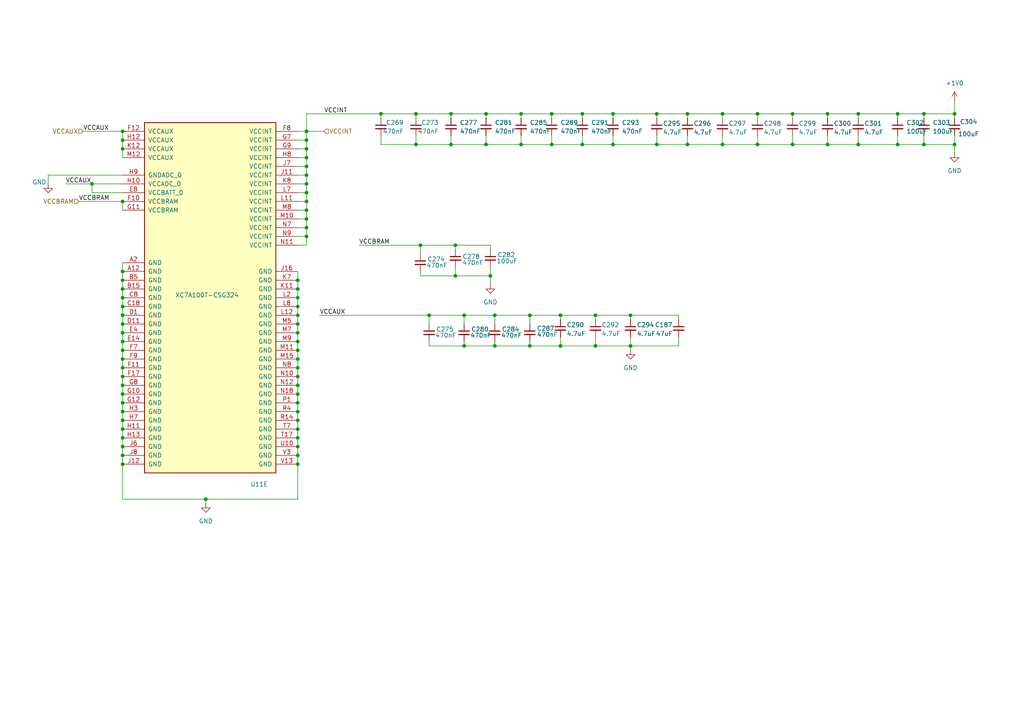
<source format=kicad_sch>
(kicad_sch (version 20231120) (generator "eeschema") (generator_version "8.0")
  (paper "A4")
  (title_block (title "RASBB") (date "2025-04-13") (rev "B") (company "Mina Daneshpajouh"))
  (lib_symbols
    (symbol "Device:C_Small" (pin_numbers hide) (pin_names (offset 0.254) hide)
      (property "Reference" "C" (at 0.254 1.778 0))
      (property "Value" "C_Small" (at 0.254 -2.032 0))
      (symbol "C_Small_1_1"
        (pin passive line (at 0 2.54 270) (length 2.032) (name "~") (number "1"))
        (pin passive line (at 0 -2.54 90) (length 2.032) (name "~") (number "2"))
      )
    )
    (symbol "FPGA_Xilinx_Artix7:XC7A100T-CSG324" (pin_names (offset 1.016))
      (property "Reference" "U11" (at 40.894 -78.232 0))
      (property "Value" "XC7A100T-CSG324" (at 8.382 0.762 0))
      (symbol "XC7A100T-CSG324_1_1"
        (pin no_connect line (at 50.8 33.02 180) (length 6.35) (name "IO_L4N_T0_15") (number "A11"))
        (pin bidirectional line (at 50.8 10.16 180) (length 6.35) (name "IO_L9P_T1_DQS_AD3P_15") (number "A13"))
        (pin bidirectional line (at 50.8 7.62 180) (length 6.35) (name "IO_L9N_T1_DQS_AD3N_15") (number "A14"))
        (pin bidirectional line (at 50.8 15.24 180) (length 6.35) (name "IO_L8P_T1_AD10P_15") (number "A15"))
        (pin bidirectional line (at 50.8 12.7 180) (length 6.35) (name "IO_L8N_T1_AD10N_15") (number "A16"))
        (pin power_in line (at 27.94 73.66 270) (length 6.35) (name "VCCO_15") (number "A17"))
        (pin bidirectional line (at 50.8 2.54 180) (length 6.35) (name "IO_L10N_T1_AD11N_15") (number "A18"))
        (pin no_connect line (at 50.8 35.56 180) (length 6.35) (name "IO_L4P_T0_15") (number "B11"))
        (pin bidirectional line (at 50.8 38.1 180) (length 6.35) (name "IO_L3N_T0_DQS_AD1N_15") (number "B12"))
        (pin bidirectional line (at 50.8 45.72 180) (length 6.35) (name "IO_L2P_T0_AD8P_15") (number "B13"))
        (pin bidirectional line (at 50.8 43.18 180) (length 6.35) (name "IO_L2N_T0_AD8N_15") (number "B14"))
        (pin bidirectional line (at 50.8 20.32 180) (length 6.35) (name "IO_L7P_T1_AD2P_15") (number "B16"))
        (pin bidirectional line (at 50.8 17.78 180) (length 6.35) (name "IO_L7N_T1_AD2N_15") (number "B17"))
        (pin bidirectional line (at 50.8 5.08 180) (length 6.35) (name "IO_L10P_T1_AD11P_15") (number "B18"))
        (pin bidirectional line (at 50.8 40.64 180) (length 6.35) (name "IO_L3P_T0_DQS_AD1P_15") (number "C12"))
        (pin power_in line (at 30.48 73.66 270) (length 6.35) (name "VCCO_15") (number "C13"))
        (pin bidirectional line (at 50.8 48.26 180) (length 6.35) (name "IO_L1N_T0_AD0N_15") (number "C14"))
        (pin bidirectional line (at 50.8 -7.62 180) (length 6.35) (name "IO_L12N_T1_MRCC_15") (number "C15"))
        (pin bidirectional line (at 50.8 -45.72 180) (length 6.35) (name "IO_L20P_T3_A20_15") (number "C16"))
        (pin bidirectional line (at 50.8 -48.26 180) (length 6.35) (name "IO_L20N_T3_A19_15") (number "C17"))
        (pin bidirectional line (at 50.8 25.4 180) (length 6.35) (name "IO_L6P_T0_15") (number "D12"))
        (pin bidirectional line (at 50.8 22.86 180) (length 6.35) (name "IO_L6N_T0_VREF_15") (number "D13"))
        (pin bidirectional line (at 50.8 50.8 180) (length 6.35) (name "IO_L1P_T0_AD0P_15") (number "D14"))
        (pin bidirectional line (at 50.8 -5.08 180) (length 6.35) (name "IO_L12P_T1_MRCC_15") (number "D15"))
        (pin power_in line (at 33.02 73.66 270) (length 6.35) (name "VCCO_15") (number "D16"))
        (pin bidirectional line (at 50.8 -27.94 180) (length 6.35) (name "IO_L16N_T2_A27_15") (number "D17"))
        (pin bidirectional line (at 50.8 -53.34 180) (length 6.35) (name "IO_L21N_T3_DQS_A18_15") (number "D18"))
        (pin bidirectional line (at 50.8 0 180) (length 6.35) (name "IO_L11P_T1_SRCC_15") (number "E15"))
        (pin bidirectional line (at 50.8 -2.54 180) (length 6.35) (name "IO_L11N_T1_SRCC_15") (number "E16"))
        (pin bidirectional line (at 50.8 -25.4 180) (length 6.35) (name "IO_L16P_T2_A28_15") (number "E17"))
        (pin bidirectional line (at 50.8 -50.8 180) (length 6.35) (name "IO_L21P_T3_DQS_15") (number "E18"))
        (pin no_connect line (at 50.8 30.48 180) (length 6.35) (name "IO_L5P_T0_AD9P_15") (number "F13"))
        (pin no_connect line (at 50.8 27.94 180) (length 6.35) (name "IO_L5N_T0_AD9N_15") (number "F14"))
        (pin bidirectional line (at 50.8 -15.24 180) (length 6.35) (name "IO_L14P_T2_SRCC_15") (number "F15"))
        (pin bidirectional line (at 50.8 -17.78 180) (length 6.35) (name "IO_L14N_T2_SRCC_15") (number "F16"))
        (pin bidirectional line (at 50.8 -58.42 180) (length 6.35) (name "IO_L22N_T3_A16_15") (number "F18"))
        (pin bidirectional line (at 50.8 53.34 180) (length 6.35) (name "IO_0_15") (number "G13"))
        (pin no_connect line (at 50.8 -22.86 180) (length 6.35) (name "IO_L15N_T2_DQS_ADV_B_15") (number "G14"))
        (pin power_in line (at 35.56 73.66 270) (length 6.35) (name "VCCO_15") (number "G15"))
        (pin bidirectional line (at 50.8 -12.7 180) (length 6.35) (name "IO_L13N_T2_MRCC_15") (number "G16"))
        (pin bidirectional line (at 50.8 -38.1 180) (length 6.35) (name "IO_L18N_T2_A23_15") (number "G17"))
        (pin bidirectional line (at 50.8 -55.88 180) (length 6.35) (name "IO_L22P_T3_A17_15") (number "G18"))
        (pin bidirectional line (at 50.8 -20.32 180) (length 6.35) (name "IO_L15P_T2_DQS_15") (number "H14"))
        (pin bidirectional line (at 50.8 -43.18 180) (length 6.35) (name "IO_L19N_T3_A21_VREF_15") (number "H15"))
        (pin bidirectional line (at 50.8 -10.16 180) (length 6.35) (name "IO_L13P_T2_MRCC_15") (number "H16"))
        (pin bidirectional line (at 50.8 -35.56 180) (length 6.35) (name "IO_L18P_T2_A24_15") (number "H17"))
        (pin power_in line (at 38.1 73.66 270) (length 6.35) (name "VCCO_15") (number "H18"))
        (pin bidirectional line (at 50.8 -33.02 180) (length 6.35) (name "IO_L17N_T2_A25_15") (number "J13"))
        (pin bidirectional line (at 50.8 -40.64 180) (length 6.35) (name "IO_L19P_T3_A22_15") (number "J14"))
        (pin bidirectional line (at 50.8 -68.58 180) (length 6.35) (name "IO_L24N_T3_RS0_15") (number "J15"))
        (pin bidirectional line (at 50.8 -60.96 180) (length 6.35) (name "IO_L23P_T3_FOE_B_15") (number "J17"))
        (pin bidirectional line (at 50.8 -63.5 180) (length 6.35) (name "IO_L23N_T3_FWE_B_15") (number "J18"))
        (pin no_connect line (at 50.8 -30.48 180) (length 6.35) (name "IO_L17P_T2_A26_15") (number "K13"))
        (pin power_in line (at 40.64 73.66 270) (length 6.35) (name "VCCO_15") (number "K14"))
        (pin bidirectional line (at 50.8 -66.04 180) (length 6.35) (name "IO_L24P_T3_RS1_15") (number "K15"))
        (pin bidirectional line (at 50.8 -71.12 180) (length 6.35) (name "IO_25_15") (number "K16"))
        (pin bidirectional line (at -50.8 50.8 0) (length 6.35) (name "IO_L1P_T0_D00_MOSI_14") (number "K17"))
        (pin bidirectional line (at -50.8 48.26 0) (length 6.35) (name "IO_L1N_T0_D01_DIN_14") (number "K18"))
        (pin bidirectional line (at -50.8 25.4 0) (length 6.35) (name "IO_L6P_T0_FCS_B_14") (number "L13"))
        (pin no_connect line (at -50.8 45.72 0) (length 6.35) (name "IO_L2P_T0_D02_14") (number "L14"))
        (pin no_connect line (at -50.8 40.64 0) (length 6.35) (name "IO_L3P_T0_DQS_PUDC_B_14") (number "L15"))
        (pin no_connect line (at -50.8 38.1 0) (length 6.35) (name "IO_L3N_T0_DQS_EMCCLK_14") (number "L16"))
        (pin power_in line (at -40.64 73.66 270) (length 6.35) (name "VCCO_14") (number "L17"))
        (pin bidirectional line (at -50.8 35.56 0) (length 6.35) (name "IO_L4P_T0_D04_14") (number "L18"))
        (pin no_connect line (at -50.8 22.86 0) (length 6.35) (name "IO_L6N_T0_D08_VREF_14") (number "M13"))
        (pin no_connect line (at -50.8 43.18 0) (length 6.35) (name "IO_L2N_T0_D03_14") (number "M14"))
        (pin no_connect line (at -50.8 5.08 0) (length 6.35) (name "IO_L10P_T1_D14_14") (number "M16"))
        (pin no_connect line (at -50.8 2.54 0) (length 6.35) (name "IO_L10N_T1_D15_14") (number "M17"))
        (pin no_connect line (at -50.8 33.02 0) (length 6.35) (name "IO_L4N_T0_D05_14") (number "M18"))
        (pin power_in line (at -38.1 73.66 270) (length 6.35) (name "VCCO_14") (number "N13"))
        (pin no_connect line (at -50.8 15.24 0) (length 6.35) (name "IO_L8P_T1_D11_14") (number "N14"))
        (pin no_connect line (at -50.8 0 0) (length 6.35) (name "IO_L11P_T1_SRCC_14") (number "N15"))
        (pin no_connect line (at -50.8 -2.54 0) (length 6.35) (name "IO_L11N_T1_SRCC_14") (number "N16"))
        (pin no_connect line (at -50.8 10.16 0) (length 6.35) (name "IO_L9P_T1_DQS_14") (number "N17"))
        (pin no_connect line (at -50.8 12.7 0) (length 6.35) (name "IO_L8N_T1_D12_14") (number "P14"))
        (pin bidirectional line (at -50.8 -10.16 0) (length 6.35) (name "IO_L13P_T2_MRCC_14") (number "P15"))
        (pin power_in line (at -35.56 73.66 270) (length 6.35) (name "VCCO_14") (number "P16"))
        (pin no_connect line (at -50.8 -5.08 0) (length 6.35) (name "IO_L12P_T1_MRCC_14") (number "P17"))
        (pin no_connect line (at -50.8 7.62 0) (length 6.35) (name "IO_L9N_T1_DQS_D13_14") (number "P18"))
        (pin no_connect line (at -50.8 -71.12 0) (length 6.35) (name "IO_25_14") (number "R10"))
        (pin no_connect line (at -50.8 53.34 0) (length 6.35) (name "IO_0_14") (number "R11"))
        (pin no_connect line (at -50.8 30.48 0) (length 6.35) (name "IO_L5P_T0_D06_14") (number "R12"))
        (pin no_connect line (at -50.8 27.94 0) (length 6.35) (name "IO_L5N_T0_D07_14") (number "R13"))
        (pin bidirectional line (at -50.8 -12.7 0) (length 6.35) (name "IO_L13N_T2_MRCC_14") (number "R15"))
        (pin bidirectional line (at -50.8 -20.32 0) (length 6.35) (name "IO_L15P_T2_DQS_RDWR_B_14") (number "R16"))
        (pin no_connect line (at -50.8 -7.62 0) (length 6.35) (name "IO_L12N_T1_MRCC_14") (number "R17"))
        (pin no_connect line (at -50.8 20.32 0) (length 6.35) (name "IO_L7P_T1_D09_14") (number "R18"))
        (pin no_connect line (at -50.8 -68.58 0) (length 6.35) (name "IO_L24N_T3_A00_D16_14") (number "T10"))
        (pin output line (at -50.8 -40.64 0) (length 6.35) (name "IO_L19P_T3_A10_D26_14") (number "T11"))
        (pin power_in line (at -33.02 73.66 270) (length 6.35) (name "VCCO_14") (number "T12"))
        (pin no_connect line (at -50.8 -60.96 0) (length 6.35) (name "IO_L23P_T3_A03_D19_14") (number "T13"))
        (pin bidirectional line (at -50.8 -15.24 0) (length 6.35) (name "IO_L14P_T2_SRCC_14") (number "T14"))
        (pin bidirectional line (at -50.8 -17.78 0) (length 6.35) (name "IO_L14N_T2_SRCC_14") (number "T15"))
        (pin bidirectional line (at -50.8 -22.86 0) (length 6.35) (name "IO_L15N_T2_DQS_DOUT_CSO_B_14") (number "T16"))
        (pin no_connect line (at -50.8 17.78 0) (length 6.35) (name "IO_L7N_T1_D10_14") (number "T18"))
        (pin no_connect line (at -50.8 -66.04 0) (length 6.35) (name "IO_L24P_T3_A01_D17_14") (number "T9"))
        (pin output line (at -50.8 -43.18 0) (length 6.35) (name "IO_L19N_T3_A09_D25_VREF_14") (number "U11"))
        (pin output line (at -50.8 -45.72 0) (length 6.35) (name "IO_L20P_T3_A08_D24_14") (number "U12"))
        (pin output line (at -50.8 -63.5 0) (length 6.35) (name "IO_L23N_T3_A02_D18_14") (number "U13"))
        (pin bidirectional line (at -50.8 -55.88 0) (length 6.35) (name "IO_L22P_T3_A05_D21_14") (number "U14"))
        (pin power_in line (at -30.48 73.66 270) (length 6.35) (name "VCCO_14") (number "U15"))
        (pin bidirectional line (at -50.8 -35.56 0) (length 6.35) (name "IO_L18P_T2_A12_D28_14") (number "U16"))
        (pin bidirectional line (at -50.8 -30.48 0) (length 6.35) (name "IO_L17P_T2_A14_D30_14") (number "U17"))
        (pin bidirectional line (at -50.8 -33.02 0) (length 6.35) (name "IO_L17N_T2_A13_D29_14") (number "U18"))
        (pin no_connect line (at -50.8 -50.8 0) (length 6.35) (name "IO_L21P_T3_DQS_14") (number "V10"))
        (pin no_connect line (at -50.8 -53.34 0) (length 6.35) (name "IO_L21N_T3_DQS_A06_D22_14") (number "V11"))
        (pin no_connect line (at -50.8 -48.26 0) (length 6.35) (name "IO_L20N_T3_A07_D23_14") (number "V12"))
        (pin bidirectional line (at -50.8 -58.42 0) (length 6.35) (name "IO_L22N_T3_A04_D20_14") (number "V14"))
        (pin bidirectional line (at -50.8 -25.4 0) (length 6.35) (name "IO_L16P_T2_CSI_B_14") (number "V15"))
        (pin bidirectional line (at -50.8 -27.94 0) (length 6.35) (name "IO_L16N_T2_A15_D31_14") (number "V16"))
        (pin bidirectional line (at -50.8 -38.1 0) (length 6.35) (name "IO_L18N_T2_A11_D27_14") (number "V17"))
        (pin power_in line (at -27.94 73.66 270) (length 6.35) (name "VCCO_14") (number "V18"))
      )
      (symbol "XC7A100T-CSG324_2_1"
        (pin bidirectional line (at -50.8 35.56 0) (length 6.35) (name "IO_L14P_T2_SRCC_16") (number "A10"))
        (pin bidirectional line (at -50.8 43.18 0) (length 6.35) (name "IO_L12N_T1_MRCC_16") (number "A8"))
        (pin bidirectional line (at -50.8 33.02 0) (length 6.35) (name "IO_L14N_T2_SRCC_16") (number "A9"))
        (pin power_in line (at -40.64 73.66 270) (length 6.35) (name "VCCO_16") (number "B10"))
        (pin bidirectional line (at -50.8 45.72 0) (length 6.35) (name "IO_L12P_T1_MRCC_16") (number "B8"))
        (pin bidirectional line (at -50.8 48.26 0) (length 6.35) (name "IO_L11N_T1_SRCC_16") (number "B9"))
        (pin bidirectional line (at -50.8 38.1 0) (length 6.35) (name "IO_L13N_T2_MRCC_16") (number "C10"))
        (pin bidirectional line (at -50.8 40.64 0) (length 6.35) (name "IO_L13P_T2_MRCC_16") (number "C11"))
        (pin bidirectional line (at -50.8 50.8 0) (length 6.35) (name "IO_L11P_T1_SRCC_16") (number "C9"))
        (pin bidirectional line (at -50.8 30.48 0) (length 6.35) (name "IO_L19N_T3_VREF_16") (number "D10"))
        (pin bidirectional line (at -50.8 53.34 0) (length 6.35) (name "IO_L6N_T0_VREF_16") (number "D9"))
        (pin bidirectional line (at 50.8 45.72 180) (length 6.35) (name "IO_L2P_T0_34") (number "K3"))
        (pin power_in line (at 27.94 73.66 270) (length 6.35) (name "VCCO_34") (number "K4"))
        (pin bidirectional line (at 50.8 30.48 180) (length 6.35) (name "IO_L5P_T0_34") (number "K5"))
        (pin bidirectional line (at 50.8 53.34 180) (length 6.35) (name "IO_0_34") (number "K6"))
        (pin bidirectional line (at 50.8 50.8 180) (length 6.35) (name "IO_L1P_T0_34") (number "L1"))
        (pin bidirectional line (at 50.8 43.18 180) (length 6.35) (name "IO_L2N_T0_34") (number "L3"))
        (pin bidirectional line (at 50.8 27.94 180) (length 6.35) (name "IO_L5N_T0_34") (number "L4"))
        (pin bidirectional line (at 50.8 22.86 180) (length 6.35) (name "IO_L6N_T0_VREF_34") (number "L5"))
        (pin bidirectional line (at 50.8 25.4 180) (length 6.35) (name "IO_L6P_T0_34") (number "L6"))
        (pin bidirectional line (at 50.8 48.26 180) (length 6.35) (name "IO_L1N_T0_34") (number "M1"))
        (pin bidirectional line (at 50.8 33.02 180) (length 6.35) (name "IO_L4N_T0_34") (number "M2"))
        (pin bidirectional line (at 50.8 35.56 180) (length 6.35) (name "IO_L4P_T0_34") (number "M3"))
        (pin bidirectional line (at 50.8 -25.4 180) (length 6.35) (name "IO_L16P_T2_34") (number "M4"))
        (pin bidirectional line (at 50.8 -35.56 180) (length 6.35) (name "IO_L18P_T2_34") (number "M6"))
        (pin bidirectional line (at 50.8 38.1 180) (length 6.35) (name "IO_L3N_T0_DQS_34") (number "N1"))
        (pin bidirectional line (at 50.8 40.64 180) (length 6.35) (name "IO_L3P_T0_DQS_34") (number "N2"))
        (pin power_in line (at 30.48 73.66 270) (length 6.35) (name "VCCO_34") (number "N3"))
        (pin bidirectional line (at 50.8 -27.94 180) (length 6.35) (name "IO_L16N_T2_34") (number "N4"))
        (pin bidirectional line (at 50.8 -10.16 180) (length 6.35) (name "IO_L13P_T2_MRCC_34") (number "N5"))
        (pin bidirectional line (at 50.8 -38.1 180) (length 6.35) (name "IO_L18N_T2_34") (number "N6"))
        (pin bidirectional line (at 50.8 -20.32 180) (length 6.35) (name "IO_L15P_T2_DQS_34") (number "P2"))
        (pin bidirectional line (at 50.8 -17.78 180) (length 6.35) (name "IO_L14N_T2_SRCC_34") (number "P3"))
        (pin bidirectional line (at 50.8 -15.24 180) (length 6.35) (name "IO_L14P_T2_SRCC_34") (number "P4"))
        (pin bidirectional line (at 50.8 -12.7 180) (length 6.35) (name "IO_L13N_T2_MRCC_34") (number "P5"))
        (pin power_in line (at 33.02 73.66 270) (length 6.35) (name "VCCO_34") (number "P6"))
        (pin bidirectional line (at 50.8 -30.48 180) (length 6.35) (name "IO_L17P_T2_34") (number "R1"))
        (pin bidirectional line (at 50.8 -22.86 180) (length 6.35) (name "IO_L15N_T2_DQS_34") (number "R2"))
        (pin bidirectional line (at 50.8 0 180) (length 6.35) (name "IO_L11P_T1_SRCC_34") (number "R3"))
        (pin bidirectional line (at 50.8 -43.18 180) (length 6.35) (name "IO_L19N_T3_VREF_34") (number "R5"))
        (pin bidirectional line (at 50.8 -40.64 180) (length 6.35) (name "IO_L19P_T3_34") (number "R6"))
        (pin bidirectional line (at 50.8 -60.96 180) (length 6.35) (name "IO_L23P_T3_34") (number "R7"))
        (pin bidirectional line (at 50.8 -66.04 180) (length 6.35) (name "IO_L24P_T3_34") (number "R8"))
        (pin bidirectional line (at 50.8 -33.02 180) (length 6.35) (name "IO_L17N_T2_34") (number "T1"))
        (pin power_in line (at 35.56 73.66 270) (length 6.35) (name "VCCO_34") (number "T2"))
        (pin bidirectional line (at 50.8 -2.54 180) (length 6.35) (name "IO_L11N_T1_SRCC_34") (number "T3"))
        (pin bidirectional line (at 50.8 -7.62 180) (length 6.35) (name "IO_L12N_T1_MRCC_34") (number "T4"))
        (pin bidirectional line (at 50.8 -5.08 180) (length 6.35) (name "IO_L12P_T1_MRCC_34") (number "T5"))
        (pin bidirectional line (at 50.8 -63.5 180) (length 6.35) (name "IO_L23N_T3_34") (number "T6"))
        (pin bidirectional line (at 50.8 -68.58 180) (length 6.35) (name "IO_L24N_T3_34") (number "T8"))
        (pin bidirectional line (at 50.8 20.32 180) (length 6.35) (name "IO_L7P_T1_34") (number "U1"))
        (pin bidirectional line (at 50.8 10.16 180) (length 6.35) (name "IO_L9P_T1_DQS_34") (number "U2"))
        (pin bidirectional line (at 50.8 12.7 180) (length 6.35) (name "IO_L8N_T1_34") (number "U3"))
        (pin bidirectional line (at 50.8 15.24 180) (length 6.35) (name "IO_L8P_T1_34") (number "U4"))
        (pin power_in line (at 38.1 73.66 270) (length 6.35) (name "VCCO_34") (number "U5"))
        (pin bidirectional line (at 50.8 -58.42 180) (length 6.35) (name "IO_L22N_T3_34") (number "U6"))
        (pin bidirectional line (at 50.8 -55.88 180) (length 6.35) (name "IO_L22P_T3_34") (number "U7"))
        (pin bidirectional line (at 50.8 -71.12 180) (length 6.35) (name "IO_25_34") (number "U8"))
        (pin bidirectional line (at 50.8 -50.8 180) (length 6.35) (name "IO_L21P_T3_DQS_34") (number "U9"))
        (pin bidirectional line (at 50.8 17.78 180) (length 6.35) (name "IO_L7N_T1_34") (number "V1"))
        (pin bidirectional line (at 50.8 7.62 180) (length 6.35) (name "IO_L9N_T1_DQS_34") (number "V2"))
        (pin bidirectional line (at 50.8 2.54 180) (length 6.35) (name "IO_L10N_T1_34") (number "V4"))
        (pin bidirectional line (at 50.8 5.08 180) (length 6.35) (name "IO_L10P_T1_34") (number "V5"))
        (pin bidirectional line (at 50.8 -48.26 180) (length 6.35) (name "IO_L20N_T3_34") (number "V6"))
        (pin bidirectional line (at 50.8 -45.72 180) (length 6.35) (name "IO_L20P_T3_34") (number "V7"))
        (pin power_in line (at 40.64 73.66 270) (length 6.35) (name "VCCO_34") (number "V8"))
        (pin bidirectional line (at 50.8 -53.34 180) (length 6.35) (name "IO_L21N_T3_DQS_34") (number "V9"))
      )
      (symbol "XC7A100T-CSG324_3_1"
        (pin bidirectional line (at -50.8 7.62 0) (length 6.35) (name "IO_L9N_T1_DQS_AD7N_35") (number "A1"))
        (pin bidirectional line (at -50.8 12.7 0) (length 6.35) (name "IO_L8N_T1_AD14N_35") (number "A3"))
        (pin bidirectional line (at -50.8 15.24 0) (length 6.35) (name "IO_L8P_T1_AD14P_35") (number "A4"))
        (pin bidirectional line (at -50.8 38.1 0) (length 6.35) (name "IO_L3N_T0_DQS_AD5N_35") (number "A5"))
        (pin bidirectional line (at -50.8 40.64 0) (length 6.35) (name "IO_L3P_T0_DQS_AD5P_35") (number "A6"))
        (pin power_in line (at -40.64 73.66 270) (length 6.35) (name "VCCO_35") (number "A7"))
        (pin bidirectional line (at -50.8 10.16 0) (length 6.35) (name "IO_L9P_T1_DQS_AD7P_35") (number "B1"))
        (pin bidirectional line (at -50.8 2.54 0) (length 6.35) (name "IO_L10N_T1_AD15N_35") (number "B2"))
        (pin bidirectional line (at -50.8 5.08 0) (length 6.35) (name "IO_L10P_T1_AD15P_35") (number "B3"))
        (pin bidirectional line (at -50.8 17.78 0) (length 6.35) (name "IO_L7N_T1_AD6N_35") (number "B4"))
        (pin bidirectional line (at -50.8 43.18 0) (length 6.35) (name "IO_L2N_T0_AD12N_35") (number "B6"))
        (pin bidirectional line (at -50.8 45.72 0) (length 6.35) (name "IO_L2P_T0_AD12P_35") (number "B7"))
        (pin bidirectional line (at -50.8 -27.94 0) (length 6.35) (name "IO_L16N_T2_35") (number "C1"))
        (pin bidirectional line (at -50.8 -25.4 0) (length 6.35) (name "IO_L16P_T2_35") (number "C2"))
        (pin power_in line (at -38.1 73.66 270) (length 6.35) (name "VCCO_35") (number "C3"))
        (pin bidirectional line (at -50.8 20.32 0) (length 6.35) (name "IO_L7P_T1_AD6P_35") (number "C4"))
        (pin no_connect line (at -50.8 48.26 0) (length 6.35) (name "IO_L1N_T0_AD4N_35") (number "C5"))
        (pin bidirectional line (at -50.8 50.8 0) (length 6.35) (name "IO_L1P_T0_AD4P_35") (number "C6"))
        (pin bidirectional line (at -50.8 33.02 0) (length 6.35) (name "IO_L4N_T0_35") (number "C7"))
        (pin bidirectional line (at -50.8 -17.78 0) (length 6.35) (name "IO_L14N_T2_SRCC_35") (number "D2"))
        (pin bidirectional line (at -50.8 -7.62 0) (length 6.35) (name "IO_L12N_T1_MRCC_35") (number "D3"))
        (pin bidirectional line (at -50.8 -2.54 0) (length 6.35) (name "IO_L11N_T1_SRCC_35") (number "D4"))
        (pin no_connect line (at -50.8 0 0) (length 6.35) (name "IO_L11P_T1_SRCC_35") (number "D5"))
        (pin power_in line (at -35.56 73.66 270) (length 6.35) (name "VCCO_35") (number "D6"))
        (pin no_connect line (at -50.8 22.86 0) (length 6.35) (name "IO_L6N_T0_VREF_35") (number "D7"))
        (pin bidirectional line (at -50.8 35.56 0) (length 6.35) (name "IO_L4P_T0_35") (number "D8"))
        (pin bidirectional line (at -50.8 -38.1 0) (length 6.35) (name "IO_L18N_T2_35") (number "E1"))
        (pin bidirectional line (at -50.8 -15.24 0) (length 6.35) (name "IO_L14P_T2_SRCC_35") (number "E2"))
        (pin bidirectional line (at -50.8 -5.08 0) (length 6.35) (name "IO_L12P_T1_MRCC_35") (number "E3"))
        (pin bidirectional line (at -50.8 27.94 0) (length 6.35) (name "IO_L5N_T0_AD13N_35") (number "E5"))
        (pin bidirectional line (at -50.8 30.48 0) (length 6.35) (name "IO_L5P_T0_AD13P_35") (number "E6"))
        (pin bidirectional line (at -50.8 25.4 0) (length 6.35) (name "IO_L6P_T0_35") (number "E7"))
        (pin bidirectional line (at -50.8 -35.56 0) (length 6.35) (name "IO_L18P_T2_35") (number "F1"))
        (pin power_in line (at -33.02 73.66 270) (length 6.35) (name "VCCO_35") (number "F2"))
        (pin bidirectional line (at -50.8 -12.7 0) (length 6.35) (name "IO_L13N_T2_MRCC_35") (number "F3"))
        (pin bidirectional line (at -50.8 -10.16 0) (length 6.35) (name "IO_L13P_T2_MRCC_35") (number "F4"))
        (pin no_connect line (at -50.8 53.34 0) (length 6.35) (name "IO_0_35") (number "F5"))
        (pin no_connect line (at -50.8 -43.18 0) (length 6.35) (name "IO_L19N_T3_VREF_35") (number "F6"))
        (pin bidirectional line (at -50.8 -33.02 0) (length 6.35) (name "IO_L17N_T2_35") (number "G1"))
        (pin bidirectional line (at -50.8 -22.86 0) (length 6.35) (name "IO_L15N_T2_DQS_35") (number "G2"))
        (pin no_connect line (at -50.8 -48.26 0) (length 6.35) (name "IO_L20N_T3_35") (number "G3"))
        (pin no_connect line (at -50.8 -45.72 0) (length 6.35) (name "IO_L20P_T3_35") (number "G4"))
        (pin power_in line (at -30.48 73.66 270) (length 6.35) (name "VCCO_35") (number "G5"))
        (pin no_connect line (at -50.8 -40.64 0) (length 6.35) (name "IO_L19P_T3_35") (number "G6"))
        (pin bidirectional line (at -50.8 -30.48 0) (length 6.35) (name "IO_L17P_T2_35") (number "H1"))
        (pin bidirectional line (at -50.8 -20.32 0) (length 6.35) (name "IO_L15P_T2_DQS_35") (number "H2"))
        (pin bidirectional line (at -50.8 -53.34 0) (length 6.35) (name "IO_L21N_T3_DQS_35") (number "H4"))
        (pin no_connect line (at -50.8 -68.58 0) (length 6.35) (name "IO_L24N_T3_35") (number "H5"))
        (pin no_connect line (at -50.8 -66.04 0) (length 6.35) (name "IO_L24P_T3_35") (number "H6"))
        (pin power_in line (at -27.94 73.66 270) (length 6.35) (name "VCCO_35") (number "J1"))
        (pin bidirectional line (at -50.8 -58.42 0) (length 6.35) (name "IO_L22N_T3_35") (number "J2"))
        (pin bidirectional line (at -50.8 -55.88 0) (length 6.35) (name "IO_L22P_T3_35") (number "J3"))
        (pin bidirectional line (at -50.8 -50.8 0) (length 6.35) (name "IO_L21P_T3_DQS_35") (number "J4"))
        (pin no_connect line (at -50.8 -71.12 0) (length 6.35) (name "IO_25_35") (number "J5"))
        (pin bidirectional line (at -50.8 -63.5 0) (length 6.35) (name "IO_L23N_T3_35") (number "K1"))
        (pin bidirectional line (at -50.8 -60.96 0) (length 6.35) (name "IO_L23P_T3_35") (number "K2"))
      )
      (symbol "XC7A100T-CSG324_4_1"
        (pin input line (at 38.1 12.7 180) (length 6.35) (name "TCK_0") (number "E10"))
        (pin input line (at 38.1 20.32 180) (length 6.35) (name "TDI_0") (number "E11"))
        (pin input line (at 38.1 15.24 180) (length 6.35) (name "TMS_0") (number "E12"))
        (pin output line (at 38.1 17.78 180) (length 6.35) (name "TDO_0") (number "E13"))
        (pin bidirectional line (at 38.1 7.62 180) (length 6.35) (name "CCLK_0") (number "E9"))
        (pin bidirectional line (at 38.1 -20.32 180) (length 6.35) (name "VP_0") (number "J10"))
        (pin bidirectional line (at 38.1 -30.48 180) (length 6.35) (name "VREFN_0") (number "J9"))
        (pin bidirectional line (at 38.1 -27.94 180) (length 6.35) (name "VREFP_0") (number "K10"))
        (pin bidirectional line (at 38.1 -22.86 180) (length 6.35) (name "VN_0") (number "K9"))
        (pin bidirectional line (at 38.1 -35.56 180) (length 6.35) (name "DXP_0") (number "L10"))
        (pin bidirectional line (at 38.1 -38.1 180) (length 6.35) (name "DXN_0") (number "L9"))
        (pin bidirectional line (at 38.1 -5.08 180) (length 6.35) (name "DONE_0") (number "P10"))
        (pin bidirectional line (at 38.1 0 180) (length 6.35) (name "M2_0") (number "P11"))
        (pin bidirectional line (at 38.1 5.08 180) (length 6.35) (name "M0_0") (number "P12"))
        (pin bidirectional line (at 38.1 2.54 180) (length 6.35) (name "M1_0") (number "P13"))
        (pin bidirectional line (at 38.1 -7.62 180) (length 6.35) (name "INIT_B_0") (number "P7"))
        (pin bidirectional line (at 38.1 -15.24 180) (length 6.35) (name "CFGBVS_0") (number "P8"))
        (pin bidirectional line (at 38.1 -10.16 180) (length 6.35) (name "PROGRAM_B_0") (number "P9"))
        (pin power_in line (at 27.94 40.64 270) (length 6.35) (name "VCCO_0") (number "R9"))
      )
      (symbol "XC7A100T-CSG324_5_1"
        (pin power_in line (at -25.4 7.62 0) (length 6.35) (name "GND") (number "A12"))
        (pin power_in line (at -25.4 10.16 0) (length 6.35) (name "GND") (number "A2"))
        (pin power_in line (at -25.4 2.54 0) (length 6.35) (name "GND") (number "B15"))
        (pin power_in line (at -25.4 5.08 0) (length 6.35) (name "GND") (number "B5"))
        (pin power_in line (at -25.4 -2.54 0) (length 6.35) (name "GND") (number "C18"))
        (pin power_in line (at -25.4 0 0) (length 6.35) (name "GND") (number "C8"))
        (pin power_in line (at -25.4 -5.08 0) (length 6.35) (name "GND") (number "D1"))
        (pin power_in line (at -25.4 -7.62 0) (length 6.35) (name "GND") (number "D11"))
        (pin power_in line (at -25.4 -12.7 0) (length 6.35) (name "GND") (number "E14"))
        (pin power_in line (at -25.4 -10.16 0) (length 6.35) (name "GND") (number "E4"))
        (pin power_in line (at -25.4 30.48 0) (length 6.35) (name "VCCBATT_0") (number "E8"))
        (pin power_in line (at -25.4 27.94 0) (length 6.35) (name "VCCBRAM") (number "F10"))
        (pin power_in line (at -25.4 -20.32 0) (length 6.35) (name "GND") (number "F11"))
        (pin power_in line (at -25.4 48.26 0) (length 6.35) (name "VCCAUX") (number "F12"))
        (pin power_in line (at -25.4 -22.86 0) (length 6.35) (name "GND") (number "F17"))
        (pin power_in line (at -25.4 -15.24 0) (length 6.35) (name "GND") (number "F7"))
        (pin power_in line (at 25.4 48.26 180) (length 6.35) (name "VCCINT") (number "F8"))
        (pin power_in line (at -25.4 -17.78 0) (length 6.35) (name "GND") (number "F9"))
        (pin power_in line (at -25.4 -27.94 0) (length 6.35) (name "GND") (number "G10"))
        (pin power_in line (at -25.4 25.4 0) (length 6.35) (name "VCCBRAM") (number "G11"))
        (pin power_in line (at -25.4 -30.48 0) (length 6.35) (name "GND") (number "G12"))
        (pin power_in line (at 25.4 45.72 180) (length 6.35) (name "VCCINT") (number "G7"))
        (pin power_in line (at -25.4 -25.4 0) (length 6.35) (name "GND") (number "G8"))
        (pin power_in line (at 25.4 43.18 180) (length 6.35) (name "VCCINT") (number "G9"))
        (pin power_in line (at -25.4 33.02 0) (length 6.35) (name "VCCADC_0") (number "H10"))
        (pin power_in line (at -25.4 -38.1 0) (length 6.35) (name "GND") (number "H11"))
        (pin power_in line (at -25.4 45.72 0) (length 6.35) (name "VCCAUX") (number "H12"))
        (pin power_in line (at -25.4 -40.64 0) (length 6.35) (name "GND") (number "H13"))
        (pin power_in line (at -25.4 -33.02 0) (length 6.35) (name "GND") (number "H3"))
        (pin power_in line (at -25.4 -35.56 0) (length 6.35) (name "GND") (number "H7"))
        (pin power_in line (at 25.4 40.64 180) (length 6.35) (name "VCCINT") (number "H8"))
        (pin power_in line (at -25.4 35.56 0) (length 6.35) (name "GNDADC_0") (number "H9"))
        (pin power_in line (at 25.4 35.56 180) (length 6.35) (name "VCCINT") (number "J11"))
        (pin power_in line (at -25.4 -48.26 0) (length 6.35) (name "GND") (number "J12"))
        (pin power_in line (at 25.4 7.62 180) (length 6.35) (name "GND") (number "J16"))
        (pin power_in line (at -25.4 -43.18 0) (length 6.35) (name "GND") (number "J6"))
        (pin power_in line (at 25.4 38.1 180) (length 6.35) (name "VCCINT") (number "J7"))
        (pin power_in line (at -25.4 -45.72 0) (length 6.35) (name "GND") (number "J8"))
        (pin power_in line (at 25.4 2.54 180) (length 6.35) (name "GND") (number "K11"))
        (pin power_in line (at -25.4 43.18 0) (length 6.35) (name "VCCAUX") (number "K12"))
        (pin power_in line (at 25.4 5.08 180) (length 6.35) (name "GND") (number "K7"))
        (pin power_in line (at 25.4 33.02 180) (length 6.35) (name "VCCINT") (number "K8"))
        (pin power_in line (at 25.4 27.94 180) (length 6.35) (name "VCCINT") (number "L11"))
        (pin power_in line (at 25.4 -5.08 180) (length 6.35) (name "GND") (number "L12"))
        (pin power_in line (at 25.4 0 180) (length 6.35) (name "GND") (number "L2"))
        (pin power_in line (at 25.4 30.48 180) (length 6.35) (name "VCCINT") (number "L7"))
        (pin power_in line (at 25.4 -2.54 180) (length 6.35) (name "GND") (number "L8"))
        (pin power_in line (at 25.4 22.86 180) (length 6.35) (name "VCCINT") (number "M10"))
        (pin power_in line (at 25.4 -15.24 180) (length 6.35) (name "GND") (number "M11"))
        (pin power_in line (at -25.4 40.64 0) (length 6.35) (name "VCCAUX") (number "M12"))
        (pin power_in line (at 25.4 -17.78 180) (length 6.35) (name "GND") (number "M15"))
        (pin power_in line (at 25.4 -7.62 180) (length 6.35) (name "GND") (number "M5"))
        (pin power_in line (at 25.4 -10.16 180) (length 6.35) (name "GND") (number "M7"))
        (pin power_in line (at 25.4 25.4 180) (length 6.35) (name "VCCINT") (number "M8"))
        (pin power_in line (at 25.4 -12.7 180) (length 6.35) (name "GND") (number "M9"))
        (pin power_in line (at 25.4 -22.86 180) (length 6.35) (name "GND") (number "N10"))
        (pin power_in line (at 25.4 15.24 180) (length 6.35) (name "VCCINT") (number "N11"))
        (pin power_in line (at 25.4 -25.4 180) (length 6.35) (name "GND") (number "N12"))
        (pin power_in line (at 25.4 -27.94 180) (length 6.35) (name "GND") (number "N18"))
        (pin power_in line (at 25.4 20.32 180) (length 6.35) (name "VCCINT") (number "N7"))
        (pin power_in line (at 25.4 -20.32 180) (length 6.35) (name "GND") (number "N8"))
        (pin power_in line (at 25.4 17.78 180) (length 6.35) (name "VCCINT") (number "N9"))
        (pin power_in line (at 25.4 -30.48 180) (length 6.35) (name "GND") (number "P1"))
        (pin power_in line (at 25.4 -35.56 180) (length 6.35) (name "GND") (number "R14"))
        (pin power_in line (at 25.4 -33.02 180) (length 6.35) (name "GND") (number "R4"))
        (pin power_in line (at 25.4 -40.64 180) (length 6.35) (name "GND") (number "T17"))
        (pin power_in line (at 25.4 -38.1 180) (length 6.35) (name "GND") (number "T7"))
        (pin power_in line (at 25.4 -43.18 180) (length 6.35) (name "GND") (number "U10"))
        (pin power_in line (at 25.4 -48.26 180) (length 6.35) (name "GND") (number "V13"))
        (pin power_in line (at 25.4 -45.72 180) (length 6.35) (name "GND") (number "V3"))
      )
    )
    (symbol "power:+1V0" (power) (pin_numbers hide) (pin_names (offset 0) hide)
      (property "Value" "+1V0" (at 0 3.556 0))
      (symbol "+1V0_1_1"
        (pin power_in line (at 0 0 90) (length 0) (name "~") (number "1"))
      )
    )
    (symbol "power:GND" (power) (pin_numbers hide) (pin_names (offset 0) hide)
      (property "Value" "GND" (at 0 -3.81 0))
      (symbol "GND_1_1"
        (pin power_in line (at 0 0 270) (length 0) (name "~") (number "1"))
      )
    )
  )
  (junction (at 110.49 33.02))
  (junction (at 219.71 33.02))
  (junction (at 88.9 43.18))
  (junction (at 35.56 86.36))
  (junction (at 35.56 93.98))
  (junction (at 35.56 134.62))
  (junction (at 153.67 100.33))
  (junction (at 248.92 33.02))
  (junction (at 177.8 41.91))
  (junction (at 86.36 127))
  (junction (at 88.9 45.72))
  (junction (at 219.71 41.91))
  (junction (at 86.36 88.9))
  (junction (at 120.65 41.91))
  (junction (at 88.9 53.34))
  (junction (at 35.56 40.64))
  (junction (at 35.56 96.52))
  (junction (at 142.24 80.01))
  (junction (at 86.36 116.84))
  (junction (at 88.9 63.5))
  (junction (at 124.46 91.44))
  (junction (at 134.62 91.44))
  (junction (at 35.56 127))
  (junction (at 35.56 58.42))
  (junction (at 172.72 100.33))
  (junction (at 86.36 86.36))
  (junction (at 190.5 33.02))
  (junction (at 86.36 104.14))
  (junction (at 86.36 129.54))
  (junction (at 88.9 40.64))
  (junction (at 86.36 134.62))
  (junction (at 35.56 129.54))
  (junction (at 132.08 80.01))
  (junction (at 86.36 101.6))
  (junction (at 35.56 106.68))
  (junction (at 86.36 99.06))
  (junction (at 86.36 91.44))
  (junction (at 130.81 41.91))
  (junction (at 162.56 91.44))
  (junction (at 88.9 48.26))
  (junction (at 35.56 83.82))
  (junction (at 209.55 33.02))
  (junction (at 172.72 91.44))
  (junction (at 199.39 33.02))
  (junction (at 134.62 100.33))
  (junction (at 153.67 91.44))
  (junction (at 182.88 100.33))
  (junction (at 160.02 33.02))
  (junction (at 276.86 33.02))
  (junction (at 86.36 93.98))
  (junction (at 240.03 33.02))
  (junction (at 276.86 41.91))
  (junction (at 267.97 33.02))
  (junction (at 35.56 38.1))
  (junction (at 143.51 100.33))
  (junction (at 130.81 33.02))
  (junction (at 162.56 100.33))
  (junction (at 88.9 66.04))
  (junction (at 177.8 33.02))
  (junction (at 88.9 50.8))
  (junction (at 86.36 111.76))
  (junction (at 248.92 41.91))
  (junction (at 132.08 71.12))
  (junction (at 151.13 41.91))
  (junction (at 59.69 144.78))
  (junction (at 120.65 33.02))
  (junction (at 35.56 111.76))
  (junction (at 190.5 41.91))
  (junction (at 229.87 33.02))
  (junction (at 35.56 104.14))
  (junction (at 88.9 38.1))
  (junction (at 35.56 78.74))
  (junction (at 168.91 33.02))
  (junction (at 88.9 60.96))
  (junction (at 35.56 88.9))
  (junction (at 86.36 106.68))
  (junction (at 86.36 132.08))
  (junction (at 260.35 33.02))
  (junction (at 35.56 101.6))
  (junction (at 86.36 114.3))
  (junction (at 88.9 55.88))
  (junction (at 35.56 124.46))
  (junction (at 86.36 109.22))
  (junction (at 86.36 124.46))
  (junction (at 86.36 121.92))
  (junction (at 209.55 41.91))
  (junction (at 199.39 41.91))
  (junction (at 86.36 96.52))
  (junction (at 35.56 114.3))
  (junction (at 35.56 43.18))
  (junction (at 35.56 99.06))
  (junction (at 26.67 53.34))
  (junction (at 88.9 58.42))
  (junction (at 35.56 109.22))
  (junction (at 160.02 41.91))
  (junction (at 35.56 121.92))
  (junction (at 86.36 81.28))
  (junction (at 140.97 33.02))
  (junction (at 86.36 83.82))
  (junction (at 240.03 41.91))
  (junction (at 35.56 116.84))
  (junction (at 35.56 81.28))
  (junction (at 229.87 41.91))
  (junction (at 267.97 41.91))
  (junction (at 88.9 68.58))
  (junction (at 35.56 91.44))
  (junction (at 86.36 119.38))
  (junction (at 35.56 119.38))
  (junction (at 121.92 71.12))
  (junction (at 182.88 91.44))
  (junction (at 143.51 91.44))
  (junction (at 168.91 41.91))
  (junction (at 35.56 132.08))
  (junction (at 151.13 33.02))
  (junction (at 260.35 41.91))
  (junction (at 140.97 41.91))
  (wire (pts (xy 88.9 50.8) (xy 88.9 53.34)))
  (wire (pts (xy 88.9 71.12) (xy 86.36 71.12)))
  (wire (pts (xy 110.49 41.91) (xy 120.65 41.91)))
  (wire (pts (xy 190.5 41.91) (xy 199.39 41.91)))
  (wire (pts (xy 88.9 63.5) (xy 88.9 66.04)))
  (wire (pts (xy 86.36 106.68) (xy 86.36 109.22)))
  (wire (pts (xy 162.56 91.44) (xy 172.72 91.44)))
  (wire (pts (xy 110.49 34.29) (xy 110.49 33.02)))
  (wire (pts (xy 35.56 81.28) (xy 35.56 83.82)))
  (wire (pts (xy 229.87 33.02) (xy 229.87 34.29)))
  (wire (pts (xy 35.56 93.98) (xy 35.56 96.52)))
  (wire (pts (xy 153.67 99.06) (xy 153.67 100.33)))
  (wire (pts (xy 120.65 34.29) (xy 120.65 33.02)))
  (wire (pts (xy 190.5 33.02) (xy 190.5 34.29)))
  (wire (pts (xy 35.56 129.54) (xy 35.56 132.08)))
  (wire (pts (xy 88.9 33.02) (xy 110.49 33.02)))
  (wire (pts (xy 86.36 104.14) (xy 86.36 106.68)))
  (wire (pts (xy 35.56 55.88) (xy 26.67 55.88)))
  (wire (pts (xy 248.92 41.91) (xy 260.35 41.91)))
  (wire (pts (xy 35.56 38.1) (xy 35.56 40.64)))
  (wire (pts (xy 88.9 66.04) (xy 88.9 68.58)))
  (wire (pts (xy 209.55 41.91) (xy 219.71 41.91)))
  (wire (pts (xy 199.39 33.02) (xy 199.39 34.29)))
  (wire (pts (xy 142.24 77.47) (xy 142.24 80.01)))
  (wire (pts (xy 35.56 144.78) (xy 35.56 134.62)))
  (wire (pts (xy 160.02 41.91) (xy 160.02 39.37)))
  (wire (pts (xy 153.67 91.44) (xy 162.56 91.44)))
  (wire (pts (xy 151.13 33.02) (xy 151.13 34.29)))
  (wire (pts (xy 19.05 53.34) (xy 26.67 53.34)))
  (wire (pts (xy 196.85 92.71) (xy 196.85 91.44)))
  (wire (pts (xy 143.51 100.33) (xy 153.67 100.33)))
  (wire (pts (xy 86.36 93.98) (xy 86.36 96.52)))
  (wire (pts (xy 124.46 99.06) (xy 124.46 100.33)))
  (wire (pts (xy 86.36 109.22) (xy 86.36 111.76)))
  (wire (pts (xy 35.56 86.36) (xy 35.56 88.9)))
  (wire (pts (xy 182.88 100.33) (xy 172.72 100.33)))
  (wire (pts (xy 86.36 86.36) (xy 86.36 88.9)))
  (wire (pts (xy 260.35 41.91) (xy 260.35 39.37)))
  (wire (pts (xy 160.02 41.91) (xy 168.91 41.91)))
  (wire (pts (xy 151.13 33.02) (xy 160.02 33.02)))
  (wire (pts (xy 190.5 33.02) (xy 199.39 33.02)))
  (wire (pts (xy 162.56 100.33) (xy 172.72 100.33)))
  (wire (pts (xy 151.13 41.91) (xy 151.13 39.37)))
  (wire (pts (xy 140.97 33.02) (xy 140.97 34.29)))
  (wire (pts (xy 121.92 71.12) (xy 132.08 71.12)))
  (wire (pts (xy 86.36 127) (xy 86.36 129.54)))
  (wire (pts (xy 134.62 91.44) (xy 143.51 91.44)))
  (wire (pts (xy 209.55 33.02) (xy 219.71 33.02)))
  (wire (pts (xy 35.56 109.22) (xy 35.56 111.76)))
  (wire (pts (xy 172.72 91.44) (xy 172.72 92.71)))
  (wire (pts (xy 88.9 38.1) (xy 86.36 38.1)))
  (wire (pts (xy 86.36 83.82) (xy 86.36 86.36)))
  (wire (pts (xy 88.9 53.34) (xy 86.36 53.34)))
  (wire (pts (xy 260.35 33.02) (xy 260.35 34.29)))
  (wire (pts (xy 35.56 101.6) (xy 35.56 104.14)))
  (wire (pts (xy 142.24 80.01) (xy 132.08 80.01)))
  (wire (pts (xy 110.49 33.02) (xy 120.65 33.02)))
  (wire (pts (xy 240.03 41.91) (xy 248.92 41.91)))
  (wire (pts (xy 59.69 144.78) (xy 35.56 144.78)))
  (wire (pts (xy 199.39 33.02) (xy 209.55 33.02)))
  (wire (pts (xy 142.24 72.39) (xy 142.24 71.12)))
  (wire (pts (xy 86.36 116.84) (xy 86.36 119.38)))
  (wire (pts (xy 13.97 50.8) (xy 13.97 53.34)))
  (wire (pts (xy 168.91 41.91) (xy 177.8 41.91)))
  (wire (pts (xy 104.14 71.12) (xy 121.92 71.12)))
  (wire (pts (xy 240.03 41.91) (xy 240.03 39.37)))
  (wire (pts (xy 86.36 132.08) (xy 86.36 134.62)))
  (wire (pts (xy 86.36 144.78) (xy 59.69 144.78)))
  (wire (pts (xy 86.36 101.6) (xy 86.36 104.14)))
  (wire (pts (xy 35.56 96.52) (xy 35.56 99.06)))
  (wire (pts (xy 276.86 34.29) (xy 276.86 33.02)))
  (wire (pts (xy 35.56 50.8) (xy 13.97 50.8)))
  (wire (pts (xy 35.56 106.68) (xy 35.56 109.22)))
  (wire (pts (xy 229.87 33.02) (xy 240.03 33.02)))
  (wire (pts (xy 88.9 43.18) (xy 86.36 43.18)))
  (wire (pts (xy 88.9 50.8) (xy 86.36 50.8)))
  (wire (pts (xy 88.9 55.88) (xy 86.36 55.88)))
  (wire (pts (xy 88.9 68.58) (xy 86.36 68.58)))
  (wire (pts (xy 134.62 100.33) (xy 143.51 100.33)))
  (wire (pts (xy 248.92 33.02) (xy 260.35 33.02)))
  (wire (pts (xy 35.56 78.74) (xy 35.56 81.28)))
  (wire (pts (xy 260.35 33.02) (xy 267.97 33.02)))
  (wire (pts (xy 229.87 41.91) (xy 240.03 41.91)))
  (wire (pts (xy 26.67 55.88) (xy 26.67 53.34)))
  (wire (pts (xy 86.36 129.54) (xy 86.36 132.08)))
  (wire (pts (xy 276.86 41.91) (xy 267.97 41.91)))
  (wire (pts (xy 248.92 41.91) (xy 248.92 39.37)))
  (wire (pts (xy 196.85 100.33) (xy 182.88 100.33)))
  (wire (pts (xy 121.92 80.01) (xy 121.92 78.74)))
  (wire (pts (xy 35.56 104.14) (xy 35.56 106.68)))
  (wire (pts (xy 86.36 124.46) (xy 86.36 127)))
  (wire (pts (xy 86.36 121.92) (xy 86.36 124.46)))
  (wire (pts (xy 88.9 45.72) (xy 86.36 45.72)))
  (wire (pts (xy 132.08 77.47) (xy 132.08 80.01)))
  (wire (pts (xy 134.62 91.44) (xy 134.62 93.98)))
  (wire (pts (xy 267.97 34.29) (xy 267.97 33.02)))
  (wire (pts (xy 199.39 41.91) (xy 209.55 41.91)))
  (wire (pts (xy 142.24 80.01) (xy 142.24 82.55)))
  (wire (pts (xy 88.9 58.42) (xy 86.36 58.42)))
  (wire (pts (xy 88.9 40.64) (xy 88.9 43.18)))
  (wire (pts (xy 86.36 88.9) (xy 86.36 91.44)))
  (wire (pts (xy 140.97 33.02) (xy 151.13 33.02)))
  (wire (pts (xy 229.87 41.91) (xy 229.87 39.37)))
  (wire (pts (xy 88.9 45.72) (xy 88.9 48.26)))
  (wire (pts (xy 35.56 76.2) (xy 35.56 78.74)))
  (wire (pts (xy 120.65 33.02) (xy 130.81 33.02)))
  (wire (pts (xy 219.71 41.91) (xy 229.87 41.91)))
  (wire (pts (xy 199.39 41.91) (xy 199.39 39.37)))
  (wire (pts (xy 130.81 41.91) (xy 140.97 41.91)))
  (wire (pts (xy 88.9 60.96) (xy 88.9 63.5)))
  (wire (pts (xy 177.8 41.91) (xy 177.8 39.37)))
  (wire (pts (xy 88.9 33.02) (xy 88.9 38.1)))
  (wire (pts (xy 219.71 33.02) (xy 229.87 33.02)))
  (wire (pts (xy 120.65 41.91) (xy 130.81 41.91)))
  (wire (pts (xy 196.85 97.79) (xy 196.85 100.33)))
  (wire (pts (xy 88.9 40.64) (xy 86.36 40.64)))
  (wire (pts (xy 124.46 100.33) (xy 134.62 100.33)))
  (wire (pts (xy 260.35 41.91) (xy 267.97 41.91)))
  (wire (pts (xy 182.88 97.79) (xy 182.88 100.33)))
  (wire (pts (xy 240.03 33.02) (xy 240.03 34.29)))
  (wire (pts (xy 142.24 71.12) (xy 132.08 71.12)))
  (wire (pts (xy 86.36 81.28) (xy 86.36 83.82)))
  (wire (pts (xy 240.03 33.02) (xy 248.92 33.02)))
  (wire (pts (xy 35.56 114.3) (xy 35.56 116.84)))
  (wire (pts (xy 35.56 124.46) (xy 35.56 127)))
  (wire (pts (xy 110.49 39.37) (xy 110.49 41.91)))
  (wire (pts (xy 177.8 41.91) (xy 190.5 41.91)))
  (wire (pts (xy 88.9 53.34) (xy 88.9 55.88)))
  (wire (pts (xy 143.51 91.44) (xy 153.67 91.44)))
  (wire (pts (xy 168.91 33.02) (xy 168.91 34.29)))
  (wire (pts (xy 59.69 146.05) (xy 59.69 144.78)))
  (wire (pts (xy 88.9 48.26) (xy 88.9 50.8)))
  (wire (pts (xy 276.86 41.91) (xy 276.86 39.37)))
  (wire (pts (xy 190.5 41.91) (xy 190.5 39.37)))
  (wire (pts (xy 140.97 41.91) (xy 140.97 39.37)))
  (wire (pts (xy 86.36 119.38) (xy 86.36 121.92)))
  (wire (pts (xy 121.92 80.01) (xy 132.08 80.01)))
  (wire (pts (xy 86.36 91.44) (xy 86.36 93.98)))
  (wire (pts (xy 35.56 40.64) (xy 35.56 43.18)))
  (wire (pts (xy 35.56 127) (xy 35.56 129.54)))
  (wire (pts (xy 143.51 100.33) (xy 143.51 99.06)))
  (wire (pts (xy 35.56 116.84) (xy 35.56 119.38)))
  (wire (pts (xy 35.56 83.82) (xy 35.56 86.36)))
  (wire (pts (xy 182.88 91.44) (xy 172.72 91.44)))
  (wire (pts (xy 35.56 91.44) (xy 35.56 93.98)))
  (wire (pts (xy 88.9 58.42) (xy 88.9 60.96)))
  (wire (pts (xy 88.9 43.18) (xy 88.9 45.72)))
  (wire (pts (xy 120.65 41.91) (xy 120.65 39.37)))
  (wire (pts (xy 140.97 41.91) (xy 151.13 41.91)))
  (wire (pts (xy 168.91 33.02) (xy 177.8 33.02)))
  (wire (pts (xy 35.56 111.76) (xy 35.56 114.3)))
  (wire (pts (xy 267.97 39.37) (xy 267.97 41.91)))
  (wire (pts (xy 276.86 44.45) (xy 276.86 41.91)))
  (wire (pts (xy 26.67 53.34) (xy 35.56 53.34)))
  (wire (pts (xy 86.36 99.06) (xy 86.36 101.6)))
  (wire (pts (xy 151.13 41.91) (xy 160.02 41.91)))
  (wire (pts (xy 143.51 91.44) (xy 143.51 93.98)))
  (wire (pts (xy 86.36 111.76) (xy 86.36 114.3)))
  (wire (pts (xy 182.88 101.6) (xy 182.88 100.33)))
  (wire (pts (xy 172.72 97.79) (xy 172.72 100.33)))
  (wire (pts (xy 121.92 71.12) (xy 121.92 73.66)))
  (wire (pts (xy 132.08 71.12) (xy 132.08 72.39)))
  (wire (pts (xy 162.56 91.44) (xy 162.56 92.71)))
  (wire (pts (xy 177.8 33.02) (xy 190.5 33.02)))
  (wire (pts (xy 160.02 33.02) (xy 168.91 33.02)))
  (wire (pts (xy 219.71 41.91) (xy 219.71 39.37)))
  (wire (pts (xy 182.88 92.71) (xy 182.88 91.44)))
  (wire (pts (xy 86.36 78.74) (xy 86.36 81.28)))
  (wire (pts (xy 88.9 55.88) (xy 88.9 58.42)))
  (wire (pts (xy 24.13 38.1) (xy 35.56 38.1)))
  (wire (pts (xy 88.9 60.96) (xy 86.36 60.96)))
  (wire (pts (xy 162.56 97.79) (xy 162.56 100.33)))
  (wire (pts (xy 22.86 58.42) (xy 35.56 58.42)))
  (wire (pts (xy 88.9 68.58) (xy 88.9 71.12)))
  (wire (pts (xy 35.56 119.38) (xy 35.56 121.92)))
  (wire (pts (xy 88.9 66.04) (xy 86.36 66.04)))
  (wire (pts (xy 124.46 91.44) (xy 124.46 93.98)))
  (wire (pts (xy 88.9 48.26) (xy 86.36 48.26)))
  (wire (pts (xy 130.81 34.29) (xy 130.81 33.02)))
  (wire (pts (xy 35.56 88.9) (xy 35.56 91.44)))
  (wire (pts (xy 267.97 33.02) (xy 276.86 33.02)))
  (wire (pts (xy 88.9 38.1) (xy 93.98 38.1)))
  (wire (pts (xy 160.02 33.02) (xy 160.02 34.29)))
  (wire (pts (xy 162.56 100.33) (xy 153.67 100.33)))
  (wire (pts (xy 130.81 41.91) (xy 130.81 39.37)))
  (wire (pts (xy 248.92 33.02) (xy 248.92 34.29)))
  (wire (pts (xy 86.36 134.62) (xy 86.36 144.78)))
  (wire (pts (xy 88.9 38.1) (xy 88.9 40.64)))
  (wire (pts (xy 92.71 91.44) (xy 124.46 91.44)))
  (wire (pts (xy 124.46 91.44) (xy 134.62 91.44)))
  (wire (pts (xy 177.8 33.02) (xy 177.8 34.29)))
  (wire (pts (xy 130.81 33.02) (xy 140.97 33.02)))
  (wire (pts (xy 35.56 43.18) (xy 35.56 45.72)))
  (wire (pts (xy 168.91 41.91) (xy 168.91 39.37)))
  (wire (pts (xy 88.9 63.5) (xy 86.36 63.5)))
  (wire (pts (xy 209.55 33.02) (xy 209.55 34.29)))
  (wire (pts (xy 219.71 33.02) (xy 219.71 34.29)))
  (wire (pts (xy 134.62 99.06) (xy 134.62 100.33)))
  (wire (pts (xy 35.56 132.08) (xy 35.56 134.62)))
  (wire (pts (xy 35.56 121.92) (xy 35.56 124.46)))
  (wire (pts (xy 276.86 29.21) (xy 276.86 33.02)))
  (wire (pts (xy 153.67 91.44) (xy 153.67 93.98)))
  (wire (pts (xy 86.36 114.3) (xy 86.36 116.84)))
  (wire (pts (xy 35.56 58.42) (xy 35.56 60.96)))
  (wire (pts (xy 35.56 99.06) (xy 35.56 101.6)))
  (wire (pts (xy 209.55 41.91) (xy 209.55 39.37)))
  (wire (pts (xy 196.85 91.44) (xy 182.88 91.44)))
  (wire (pts (xy 86.36 96.52) (xy 86.36 99.06)))
  (label "VCCAUX" (at 19.05 53.34 0))
  (label "VCCAUX" (at 24.13 38.1 0))
  (label "VCCBRAM" (at 22.86 58.42 0))
  (label "VCCAUX" (at 92.71 91.44 0))
  (label "VCCINT" (at 93.98 33.02 0))
  (label "VCCBRAM" (at 104.14 71.12 0))
  (hierarchical_label "VCCBRAM" (shape input) (at 22.86 58.42 180))
  (hierarchical_label "VCCINT" (shape input) (at 93.98 38.1 0))
  (hierarchical_label "VCCAUX" (shape input) (at 24.13 38.1 180))
  (symbol (lib_id "Device:C_Small") (at 190.5 36.83 0) (unit 1)
    (property "Reference" "C295" (at 192.278 35.814 0) (effects (justify left)))
    (property "Value" "4.7uF" (at 192.278 38.354 0) (effects (justify left)))
    (property "Footprint" "Capacitor_SMD:C_0402_1005Metric" (effects (hide yes)))
    (property "Datasheet" "https://www.lcsc.com/datasheet/lcsc_datasheet_1811081617_Murata-Electronics-GRM155R61A475KEAAD_C77004.pdf" (effects (hide yes)))
    (property "Description" "10V 4.7uF X5R ±10% 0402 Multilayer Ceramic Capacitors MLCC - SMD/SMT ROHS" (effects (hide yes)))
    (property "Mfr. Part #" "GRM155R61A475KEAAD " (effects (hide yes)))
    (property "LCSC Part # " "C77004" (effects (hide yes)))
    (property "LCSC Part #" "C77004" (effects (hide yes)))
  )
  (symbol (lib_id "Device:C_Small") (at 229.87 36.83 0) (unit 1)
    (property "Reference" "C299" (at 231.648 35.814 0) (effects (justify left)))
    (property "Value" "4.7uF" (at 231.648 38.354 0) (effects (justify left)))
    (property "Footprint" "Capacitor_SMD:C_0402_1005Metric" (effects (hide yes)))
    (property "Datasheet" "https://www.lcsc.com/datasheet/lcsc_datasheet_1811081617_Murata-Electronics-GRM155R61A475KEAAD_C77004.pdf" (effects (hide yes)))
    (property "Description" "10V 4.7uF X5R ±10% 0402 Multilayer Ceramic Capacitors MLCC - SMD/SMT ROHS" (effects (hide yes)))
    (property "Mfr. Part #" "GRM155R61A475KEAAD " (effects (hide yes)))
    (property "LCSC Part # " "C77004" (effects (hide yes)))
    (property "LCSC Part #" "C77004" (effects (hide yes)))
  )
  (symbol (lib_id "Device:C_Small") (at 260.35 36.83 0) (unit 1)
    (property "Reference" "C302" (at 262.89 35.5662 0) (effects (justify left)))
    (property "Value" "100uF" (at 262.89 38.1062 0) (effects (justify left)))
    (property "Footprint" "Capacitor_SMD:C_1206_3216Metric" (effects (hide yes)))
    (property "Datasheet" "https://www.lcsc.com/datasheet/lcsc_datasheet_2201131300_Murata-Electronics-GRM188Z71A475KE15D_C913474.pdf" (effects (hide yes)))
    (property "Description" "10V 100uF X5R ±20% 1206 Multilayer Ceramic Capacitors MLCC - SMD/SMT ROHS" (effects (hide yes)))
    (property "Mfr. Part # " "GRM31CR61A107MEA8L" (effects (hide yes)))
    (property "LCSC Part #" "C883598" (effects (hide yes)))
    (property "Mfr. Part #" "GRM31CR61A107MEA8L" (effects (hide yes)))
  )
  (symbol (lib_id "Device:C_Small") (at 120.65 36.83 0) (unit 1)
    (property "Reference" "C273" (at 127.254 35.56 0) (effects (justify right)))
    (property "Value" "470nF" (at 127.254 38.1 0) (effects (justify right)))
    (property "Footprint" "Capacitor_SMD:C_0402_1005Metric" (effects (hide yes)))
    (property "Datasheet" "https://www.lcsc.com/datasheet/lcsc_datasheet_2206281830_Murata-Electronics-GRT155R71A474KE01D_C711087.pdf" (effects (hide yes)))
    (property "Description" "Unpolarized capacitor, small symbol" (effects (hide yes)))
    (property "Mfr. Part #" "GRT155R71A474KE01D " (effects (hide yes)))
    (property "LCSC Part #" "C471404" (effects (hide yes)))
  )
  (symbol (lib_id "Device:C_Small") (at 124.46 96.52 0) (unit 1)
    (property "Reference" "C275" (at 126.492 95.504 0) (effects (justify left)))
    (property "Value" "470nF" (at 126.238 97.282 0) (effects (justify left)))
    (property "Footprint" "Capacitor_SMD:C_0402_1005Metric" (effects (hide yes)))
    (property "Datasheet" "https://www.lcsc.com/datasheet/lcsc_datasheet_2206281830_Murata-Electronics-GRT155R71A474KE01D_C711087.pdf" (effects (hide yes)))
    (property "Description" "Unpolarized capacitor, small symbol" (effects (hide yes)))
    (property "Mfr. Part #" "GRT155R71A474KE01D " (effects (hide yes)))
    (property "LCSC Part #" "C471404" (effects (hide yes)))
  )
  (symbol (lib_id "Device:C_Small") (at 199.39 36.83 0) (unit 1)
    (property "Reference" "C296" (at 201.168 35.814 0) (effects (justify left)))
    (property "Value" "4.7uF" (at 201.168 38.354 0) (effects (justify left)))
    (property "Footprint" "Capacitor_SMD:C_0402_1005Metric" (effects (hide yes)))
    (property "Datasheet" "https://www.lcsc.com/datasheet/lcsc_datasheet_1811081617_Murata-Electronics-GRM155R61A475KEAAD_C77004.pdf" (effects (hide yes)))
    (property "Description" "10V 4.7uF X5R ±10% 0402 Multilayer Ceramic Capacitors MLCC - SMD/SMT ROHS" (effects (hide yes)))
    (property "Mfr. Part #" "GRM155R61A475KEAAD " (effects (hide yes)))
    (property "LCSC Part # " "C77004" (effects (hide yes)))
    (property "LCSC Part #" "C77004" (effects (hide yes)))
  )
  (symbol (lib_id "Device:C_Small") (at 121.92 76.2 0) (unit 1)
    (property "Reference" "C274" (at 123.952 75.184 0) (effects (justify left)))
    (property "Value" "470nF" (at 123.698 76.962 0) (effects (justify left)))
    (property "Footprint" "Capacitor_SMD:C_0402_1005Metric" (effects (hide yes)))
    (property "Datasheet" "https://www.lcsc.com/datasheet/lcsc_datasheet_2206281830_Murata-Electronics-GRT155R71A474KE01D_C711087.pdf" (effects (hide yes)))
    (property "Description" "Unpolarized capacitor, small symbol" (effects (hide yes)))
    (property "Mfr. Part #" "GRT155R71A474KE01D " (effects (hide yes)))
    (property "LCSC Part #" "C471404" (effects (hide yes)))
  )
  (symbol (lib_id "FPGA_Xilinx_Artix7:XC7A100T-CSG324") (at 60.96 86.36 0) (unit 5)
    (property "Reference" "U11" (at 77.724 140.462 0) (effects (justify right)))
    (property "Value" "XC7A100T-CSG324" (at 69.342 85.598 0) (effects (justify right)))
    (property "Footprint" "RASBB:BGA324C80P18X18_1500X1500X150" (effects (hide yes)))
    (property "Description" "Artix 7 T 100 XC7A100T-CSG324" (effects (hide yes)))
    (property "Mfr. Part # " "XC7A100T-2CSG324I " (effects (hide yes)))
    (property "LCSC Part #" "C1521791" (effects (hide yes)))
    (property "Mfr. Part #" "XC7A100T-2CSG324I " (effects (hide yes)))
  )
  (symbol (lib_id "Device:C_Small") (at 143.51 96.52 0) (unit 1)
    (property "Reference" "C284" (at 145.542 95.504 0) (effects (justify left)))
    (property "Value" "470nF" (at 145.288 97.282 0) (effects (justify left)))
    (property "Footprint" "Capacitor_SMD:C_0402_1005Metric" (effects (hide yes)))
    (property "Datasheet" "https://www.lcsc.com/datasheet/lcsc_datasheet_2206281830_Murata-Electronics-GRT155R71A474KE01D_C711087.pdf" (effects (hide yes)))
    (property "Description" "Unpolarized capacitor, small symbol" (effects (hide yes)))
    (property "Mfr. Part #" "GRT155R71A474KE01D " (effects (hide yes)))
    (property "LCSC Part #" "C471404" (effects (hide yes)))
  )
  (symbol (lib_id "Device:C_Small") (at 142.24 74.93 0) (unit 1)
    (property "Reference" "C282" (at 144.272 73.914 0) (effects (justify left)))
    (property "Value" "100uF" (at 144.018 75.692 0) (effects (justify left)))
    (property "Footprint" "Capacitor_SMD:C_1206_3216Metric" (effects (hide yes)))
    (property "Datasheet" "https://www.lcsc.com/datasheet/lcsc_datasheet_2201131300_Murata-Electronics-GRM188Z71A475KE15D_C913474.pdf" (effects (hide yes)))
    (property "Description" "10V 100uF X5R ±20% 1206 Multilayer Ceramic Capacitors MLCC - SMD/SMT ROHS" (effects (hide yes)))
    (property "Mfr. Part # " "GRM31CR61A107MEA8L" (effects (hide yes)))
    (property "LCSC Part #" "C883598" (effects (hide yes)))
    (property "Mfr. Part #" "GRM31CR61A107MEA8L" (effects (hide yes)))
  )
  (symbol (lib_id "power:+1V0") (at 276.86 29.21 0) (unit 1)
    (property "Reference" "#PWR0224" (effects (hide yes)))
    (property "Value" "+1V0" (at 276.86 24.13 0))
    (property "Description" "Power symbol creates a global label with name \"+1V0\"" (effects (hide yes)))
  )
  (symbol (lib_id "Device:C_Small") (at 177.8 36.83 0) (unit 1)
    (property "Reference" "C293" (at 180.34 35.5662 0) (effects (justify left)))
    (property "Value" "470nF" (at 180.34 38.1062 0) (effects (justify left)))
    (property "Footprint" "Capacitor_SMD:C_0402_1005Metric" (effects (hide yes)))
    (property "Datasheet" "https://www.lcsc.com/datasheet/lcsc_datasheet_2206281830_Murata-Electronics-GRT155R71A474KE01D_C711087.pdf" (effects (hide yes)))
    (property "Description" "Unpolarized capacitor, small symbol" (effects (hide yes)))
    (property "Mfr. Part #" "GRT155R71A474KE01D " (effects (hide yes)))
    (property "LCSC Part #" "C471404" (effects (hide yes)))
  )
  (symbol (lib_id "Device:C_Small") (at 132.08 74.93 0) (unit 1)
    (property "Reference" "C278" (at 134.112 74.422 0) (effects (justify left)))
    (property "Value" "470nF" (at 134.112 76.2 0) (effects (justify left)))
    (property "Footprint" "Capacitor_SMD:C_0402_1005Metric" (effects (hide yes)))
    (property "Datasheet" "https://www.lcsc.com/datasheet/lcsc_datasheet_2206281830_Murata-Electronics-GRT155R71A474KE01D_C711087.pdf" (effects (hide yes)))
    (property "Description" "Unpolarized capacitor, small symbol" (effects (hide yes)))
    (property "Mfr. Part #" "GRT155R71A474KE01D " (effects (hide yes)))
    (property "LCSC Part #" "C471404" (effects (hide yes)))
  )
  (symbol (lib_id "Device:C_Small") (at 153.67 96.52 0) (unit 1)
    (property "Reference" "C287" (at 155.702 95.25 0) (effects (justify left)))
    (property "Value" "470nF" (at 155.702 97.028 0) (effects (justify left)))
    (property "Footprint" "Capacitor_SMD:C_0402_1005Metric" (effects (hide yes)))
    (property "Datasheet" "https://www.lcsc.com/datasheet/lcsc_datasheet_2206281830_Murata-Electronics-GRT155R71A474KE01D_C711087.pdf" (effects (hide yes)))
    (property "Description" "Unpolarized capacitor, small symbol" (effects (hide yes)))
    (property "Mfr. Part #" "GRT155R71A474KE01D " (effects (hide yes)))
    (property "LCSC Part #" "C471404" (effects (hide yes)))
  )
  (symbol (lib_id "Device:C_Small") (at 160.02 36.83 0) (unit 1)
    (property "Reference" "C289" (at 162.56 35.5662 0) (effects (justify left)))
    (property "Value" "470nF" (at 162.56 38.1062 0) (effects (justify left)))
    (property "Footprint" "Capacitor_SMD:C_0402_1005Metric" (effects (hide yes)))
    (property "Datasheet" "https://www.lcsc.com/datasheet/lcsc_datasheet_2206281830_Murata-Electronics-GRT155R71A474KE01D_C711087.pdf" (effects (hide yes)))
    (property "Description" "Unpolarized capacitor, small symbol" (effects (hide yes)))
    (property "Mfr. Part #" "GRT155R71A474KE01D " (effects (hide yes)))
    (property "LCSC Part #" "C471404" (effects (hide yes)))
  )
  (symbol (lib_id "Device:C_Small") (at 134.62 96.52 0) (unit 1)
    (property "Reference" "C280" (at 136.652 95.504 0) (effects (justify left)))
    (property "Value" "470nF" (at 136.398 97.282 0) (effects (justify left)))
    (property "Footprint" "Capacitor_SMD:C_0402_1005Metric" (effects (hide yes)))
    (property "Datasheet" "https://www.lcsc.com/datasheet/lcsc_datasheet_2206281830_Murata-Electronics-GRT155R71A474KE01D_C711087.pdf" (effects (hide yes)))
    (property "Description" "Unpolarized capacitor, small symbol" (effects (hide yes)))
    (property "Mfr. Part #" "GRT155R71A474KE01D " (effects (hide yes)))
    (property "LCSC Part #" "C471404" (effects (hide yes)))
  )
  (symbol (lib_id "Device:C_Small") (at 110.49 36.83 0) (unit 1)
    (property "Reference" "C269" (at 117.094 35.56 0) (effects (justify right)))
    (property "Value" "470nF" (at 117.094 38.1 0) (effects (justify right)))
    (property "Footprint" "Capacitor_SMD:C_0402_1005Metric" (effects (hide yes)))
    (property "Datasheet" "https://www.lcsc.com/datasheet/lcsc_datasheet_2206281830_Murata-Electronics-GRT155R71A474KE01D_C711087.pdf" (effects (hide yes)))
    (property "Description" "10V 470nF X7R ±10% 0402 Multilayer Ceramic Capacitors MLCC - SMD/SMT ROHS" (effects (hide yes)))
    (property "Mfr. Part #" "GRT155R71A474KE01D " (effects (hide yes)))
    (property "LCSC Part #" "C471404" (effects (hide yes)))
  )
  (symbol (lib_id "power:GND") (at 13.97 53.34 0) (unit 1)
    (property "Reference" "#PWR0243" (effects (hide yes)))
    (property "Value" "GND" (at 11.43 52.832 0))
    (property "Description" "Power symbol creates a global label with name \"GND\" , ground" (effects (hide yes)))
  )
  (symbol (lib_id "Device:C_Small") (at 162.56 95.25 0) (unit 1)
    (property "Reference" "C290" (at 164.338 94.234 0) (effects (justify left)))
    (property "Value" "4.7uF" (at 164.338 96.774 0) (effects (justify left)))
    (property "Footprint" "Capacitor_SMD:C_0402_1005Metric" (effects (hide yes)))
    (property "Datasheet" "https://www.lcsc.com/datasheet/lcsc_datasheet_1811081617_Murata-Electronics-GRM155R61A475KEAAD_C77004.pdf" (effects (hide yes)))
    (property "Description" "10V 4.7uF X5R ±10% 0402 Multilayer Ceramic Capacitors MLCC - SMD/SMT ROHS" (effects (hide yes)))
    (property "Mfr. Part #" "GRM155R61A475KEAAD " (effects (hide yes)))
    (property "LCSC Part # " "C77004" (effects (hide yes)))
    (property "LCSC Part #" "C77004" (effects (hide yes)))
  )
  (symbol (lib_id "Device:C_Small") (at 248.92 36.83 0) (unit 1)
    (property "Reference" "C301" (at 250.698 35.814 0) (effects (justify left)))
    (property "Value" "4.7uF" (at 250.698 38.354 0) (effects (justify left)))
    (property "Footprint" "Capacitor_SMD:C_0402_1005Metric" (effects (hide yes)))
    (property "Datasheet" "https://www.lcsc.com/datasheet/lcsc_datasheet_1811081617_Murata-Electronics-GRM155R61A475KEAAD_C77004.pdf" (effects (hide yes)))
    (property "Description" "10V 4.7uF X5R ±10% 0402 Multilayer Ceramic Capacitors MLCC - SMD/SMT ROHS" (effects (hide yes)))
    (property "Mfr. Part #" "GRM155R61A475KEAAD " (effects (hide yes)))
    (property "LCSC Part # " "C77004" (effects (hide yes)))
    (property "LCSC Part #" "C77004" (effects (hide yes)))
  )
  (symbol (lib_id "Device:C_Small") (at 267.97 36.83 0) (unit 1)
    (property "Reference" "C303" (at 270.51 35.5662 0) (effects (justify left)))
    (property "Value" "100uF" (at 270.51 38.1062 0) (effects (justify left)))
    (property "Footprint" "Capacitor_SMD:C_1206_3216Metric" (effects (hide yes)))
    (property "Datasheet" "https://www.lcsc.com/datasheet/lcsc_datasheet_2201131300_Murata-Electronics-GRM188Z71A475KE15D_C913474.pdf" (effects (hide yes)))
    (property "Description" "10V 100uF X5R ±20% 1206 Multilayer Ceramic Capacitors MLCC - SMD/SMT ROHS" (effects (hide yes)))
    (property "Mfr. Part # " "GRM31CR61A107MEA8L" (effects (hide yes)))
    (property "LCSC Part #" "C883598" (effects (hide yes)))
    (property "Mfr. Part #" "GRM31CR61A107MEA8L" (effects (hide yes)))
  )
  (symbol (lib_id "Device:C_Small") (at 130.81 36.83 0) (unit 1)
    (property "Reference" "C277" (at 133.35 35.5662 0) (effects (justify left)))
    (property "Value" "470nF" (at 133.35 38.1062 0) (effects (justify left)))
    (property "Footprint" "Capacitor_SMD:C_0402_1005Metric" (effects (hide yes)))
    (property "Datasheet" "https://www.lcsc.com/datasheet/lcsc_datasheet_2206281830_Murata-Electronics-GRT155R71A474KE01D_C711087.pdf" (effects (hide yes)))
    (property "Description" "Unpolarized capacitor, small symbol" (effects (hide yes)))
    (property "Mfr. Part #" "GRT155R71A474KE01D " (effects (hide yes)))
    (property "LCSC Part #" "C471404" (effects (hide yes)))
  )
  (symbol (lib_id "Device:C_Small") (at 196.85 95.25 0) (mirror y) (unit 1)
    (property "Reference" "C187" (at 195.072 94.234 0) (effects (justify left)))
    (property "Value" "47uF" (at 195.072 96.774 0) (effects (justify left)))
    (property "Footprint" "Capacitor_SMD:C_0805_2012Metric" (effects (hide yes)))
    (property "Datasheet" "https://www.lcsc.com/datasheet/lcsc_datasheet_1912111437_Murata-Electronics-GRM21BR61A476ME15L_C124129.pdf" (effects (hide yes)))
    (property "Description" "10V 47uF X5R ±20% 0805 Multilayer Ceramic Capacitors MLCC - SMD/SMT ROHS" (effects (hide yes)))
    (property "Mfr. Part # " "GRM21BR61A476ME15L" (effects (hide yes)))
    (property "LCSC Part #" "C124129" (effects (hide yes)))
    (property "Mfr. Part #" "GRM21BR61A476ME15L" (effects (hide yes)))
  )
  (symbol (lib_id "Device:C_Small") (at 209.55 36.83 0) (unit 1)
    (property "Reference" "C297" (at 211.328 35.814 0) (effects (justify left)))
    (property "Value" "4.7uF" (at 211.328 38.354 0) (effects (justify left)))
    (property "Footprint" "Capacitor_SMD:C_0402_1005Metric" (effects (hide yes)))
    (property "Datasheet" "https://www.lcsc.com/datasheet/lcsc_datasheet_1811081617_Murata-Electronics-GRM155R61A475KEAAD_C77004.pdf" (effects (hide yes)))
    (property "Description" "10V 4.7uF X5R ±10% 0402 Multilayer Ceramic Capacitors MLCC - SMD/SMT ROHS" (effects (hide yes)))
    (property "Mfr. Part #" "GRM155R61A475KEAAD " (effects (hide yes)))
    (property "LCSC Part # " "C77004" (effects (hide yes)))
    (property "LCSC Part #" "C77004" (effects (hide yes)))
  )
  (symbol (lib_id "Device:C_Small") (at 168.91 36.83 0) (unit 1)
    (property "Reference" "C291" (at 171.45 35.5662 0) (effects (justify left)))
    (property "Value" "470nF" (at 171.45 38.1062 0) (effects (justify left)))
    (property "Footprint" "Capacitor_SMD:C_0402_1005Metric" (effects (hide yes)))
    (property "Datasheet" "https://www.lcsc.com/datasheet/lcsc_datasheet_2206281830_Murata-Electronics-GRT155R71A474KE01D_C711087.pdf" (effects (hide yes)))
    (property "Description" "Unpolarized capacitor, small symbol" (effects (hide yes)))
    (property "Mfr. Part #" "GRT155R71A474KE01D " (effects (hide yes)))
    (property "LCSC Part #" "C471404" (effects (hide yes)))
  )
  (symbol (lib_id "Device:C_Small") (at 240.03 36.83 0) (unit 1)
    (property "Reference" "C300" (at 241.808 35.814 0) (effects (justify left)))
    (property "Value" "4.7uF" (at 241.808 38.354 0) (effects (justify left)))
    (property "Footprint" "Capacitor_SMD:C_0402_1005Metric" (effects (hide yes)))
    (property "Datasheet" "https://www.lcsc.com/datasheet/lcsc_datasheet_1811081617_Murata-Electronics-GRM155R61A475KEAAD_C77004.pdf" (effects (hide yes)))
    (property "Description" "10V 4.7uF X5R ±10% 0402 Multilayer Ceramic Capacitors MLCC - SMD/SMT ROHS" (effects (hide yes)))
    (property "Mfr. Part #" "GRM155R61A475KEAAD " (effects (hide yes)))
    (property "LCSC Part # " "C77004" (effects (hide yes)))
    (property "LCSC Part #" "C77004" (effects (hide yes)))
  )
  (symbol (lib_id "power:GND") (at 182.88 101.6 0) (unit 1)
    (property "Reference" "#PWR0223" (effects (hide yes)))
    (property "Value" "GND" (at 182.88 106.68 0))
    (property "Description" "Power symbol creates a global label with name \"GND\" , ground" (effects (hide yes)))
  )
  (symbol (lib_id "power:GND") (at 59.69 146.05 0) (unit 1)
    (property "Reference" "#PWR0220" (effects (hide yes)))
    (property "Value" "GND" (at 59.69 151.13 0))
    (property "Description" "Power symbol creates a global label with name \"GND\" , ground" (effects (hide yes)))
  )
  (symbol (lib_id "Device:C_Small") (at 151.13 36.83 0) (unit 1)
    (property "Reference" "C285" (at 153.67 35.5662 0) (effects (justify left)))
    (property "Value" "470nF" (at 153.67 38.1062 0) (effects (justify left)))
    (property "Footprint" "Capacitor_SMD:C_0402_1005Metric" (effects (hide yes)))
    (property "Datasheet" "https://www.lcsc.com/datasheet/lcsc_datasheet_2206281830_Murata-Electronics-GRT155R71A474KE01D_C711087.pdf" (effects (hide yes)))
    (property "Description" "Unpolarized capacitor, small symbol" (effects (hide yes)))
    (property "Mfr. Part #" "GRT155R71A474KE01D " (effects (hide yes)))
    (property "LCSC Part #" "C471404" (effects (hide yes)))
  )
  (symbol (lib_id "Device:C_Small") (at 172.72 95.25 0) (unit 1)
    (property "Reference" "C292" (at 174.498 94.234 0) (effects (justify left)))
    (property "Value" "4.7uF" (at 174.498 96.774 0) (effects (justify left)))
    (property "Footprint" "Capacitor_SMD:C_0402_1005Metric" (effects (hide yes)))
    (property "Datasheet" "https://www.lcsc.com/datasheet/lcsc_datasheet_1811081617_Murata-Electronics-GRM155R61A475KEAAD_C77004.pdf" (effects (hide yes)))
    (property "Description" "10V 4.7uF X5R ±10% 0402 Multilayer Ceramic Capacitors MLCC - SMD/SMT ROHS" (effects (hide yes)))
    (property "Mfr. Part #" "GRM155R61A475KEAAD " (effects (hide yes)))
    (property "LCSC Part # " "C77004" (effects (hide yes)))
    (property "LCSC Part #" "C77004" (effects (hide yes)))
  )
  (symbol (lib_id "power:GND") (at 276.86 44.45 0) (unit 1)
    (property "Reference" "#PWR0225" (effects (hide yes)))
    (property "Value" "GND" (at 276.86 49.53 0))
    (property "Description" "Power symbol creates a global label with name \"GND\" , ground" (effects (hide yes)))
  )
  (symbol (lib_id "Device:C_Small") (at 219.71 36.83 0) (unit 1)
    (property "Reference" "C298" (at 221.488 35.814 0) (effects (justify left)))
    (property "Value" "4.7uF" (at 221.488 38.354 0) (effects (justify left)))
    (property "Footprint" "Capacitor_SMD:C_0402_1005Metric" (effects (hide yes)))
    (property "Datasheet" "https://www.lcsc.com/datasheet/lcsc_datasheet_1811081617_Murata-Electronics-GRM155R61A475KEAAD_C77004.pdf" (effects (hide yes)))
    (property "Description" "10V 4.7uF X5R ±10% 0402 Multilayer Ceramic Capacitors MLCC - SMD/SMT ROHS" (effects (hide yes)))
    (property "Mfr. Part #" "GRM155R61A475KEAAD " (effects (hide yes)))
    (property "LCSC Part # " "C77004" (effects (hide yes)))
    (property "LCSC Part #" "C77004" (effects (hide yes)))
  )
  (symbol (lib_id "power:GND") (at 142.24 82.55 0) (unit 1)
    (property "Reference" "#PWR0221" (effects (hide yes)))
    (property "Value" "GND" (at 142.24 87.63 0))
    (property "Description" "Power symbol creates a global label with name \"GND\" , ground" (effects (hide yes)))
  )
  (symbol (lib_id "Device:C_Small") (at 140.97 36.83 0) (unit 1)
    (property "Reference" "C281" (at 143.51 35.5662 0) (effects (justify left)))
    (property "Value" "470nF" (at 143.51 38.1062 0) (effects (justify left)))
    (property "Footprint" "Capacitor_SMD:C_0402_1005Metric" (effects (hide yes)))
    (property "Datasheet" "https://www.lcsc.com/datasheet/lcsc_datasheet_2206281830_Murata-Electronics-GRT155R71A474KE01D_C711087.pdf" (effects (hide yes)))
    (property "Description" "Unpolarized capacitor, small symbol" (effects (hide yes)))
    (property "Mfr. Part #" "GRT155R71A474KE01D " (effects (hide yes)))
    (property "LCSC Part #" "C471404" (effects (hide yes)))
  )
  (symbol (lib_id "Device:C_Small") (at 276.86 36.83 0) (unit 1)
    (property "Reference" "C304" (at 278.384 35.306 0) (effects (justify left)))
    (property "Value" "100uF" (at 277.876 38.862 0) (effects (justify left)))
    (property "Footprint" "Capacitor_SMD:C_1206_3216Metric" (effects (hide yes)))
    (property "Datasheet" "https://www.lcsc.com/datasheet/lcsc_datasheet_2201131300_Murata-Electronics-GRM188Z71A475KE15D_C913474.pdf" (effects (hide yes)))
    (property "Description" "10V 100uF X5R ±20% 1206 Multilayer Ceramic Capacitors MLCC - SMD/SMT ROHS" (effects (hide yes)))
    (property "Mfr. Part # " "GRM31CR61A107MEA8L" (effects (hide yes)))
    (property "LCSC Part #" "C883598" (effects (hide yes)))
    (property "Mfr. Part #" "GRM31CR61A107MEA8L" (effects (hide yes)))
  )
  (symbol (lib_id "Device:C_Small") (at 182.88 95.25 0) (unit 1)
    (property "Reference" "C294" (at 184.658 94.234 0) (effects (justify left)))
    (property "Value" "4.7uF" (at 184.658 96.774 0) (effects (justify left)))
    (property "Footprint" "Capacitor_SMD:C_0402_1005Metric" (effects (hide yes)))
    (property "Datasheet" "https://www.lcsc.com/datasheet/lcsc_datasheet_1811081617_Murata-Electronics-GRM155R61A475KEAAD_C77004.pdf" (effects (hide yes)))
    (property "Description" "10V 4.7uF X5R ±10% 0402 Multilayer Ceramic Capacitors MLCC - SMD/SMT ROHS" (effects (hide yes)))
    (property "Mfr. Part #" "GRM155R61A475KEAAD " (effects (hide yes)))
    (property "LCSC Part # " "C77004" (effects (hide yes)))
    (property "LCSC Part #" "C77004" (effects (hide yes)))
  )
)
</source>
